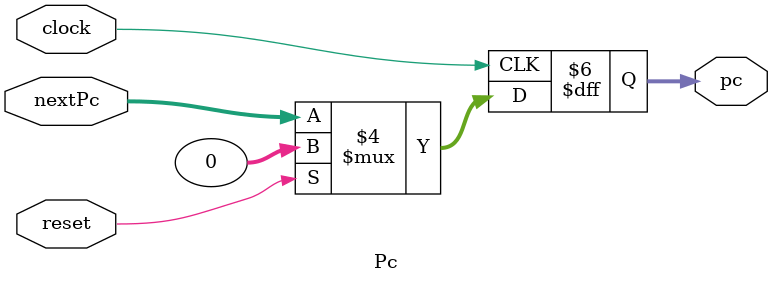
<source format=v>
`timescale 1ns / 1ps

module Pc (

		input clock,
		input reset,

		input [31:0] nextPc,
		output reg [31:0] pc = 0
	);

	always @(posedge clock) begin
		if (reset) begin
			pc <= 0;
		end else begin
			pc <= nextPc;
		end
	end
endmodule

</source>
